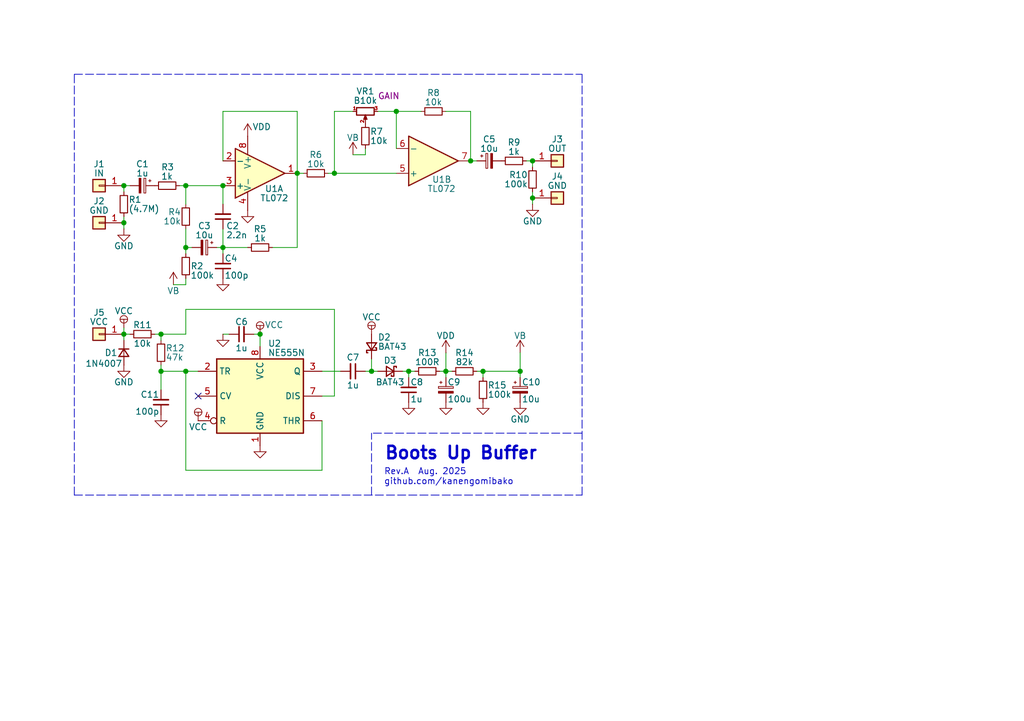
<source format=kicad_sch>
(kicad_sch (version 20250114) (generator "eeschema") (generator_version "9.0")
  (paper "A5")
  (lib_symbols
    (symbol "Amplifier_Operational:TL072" (pin_names (offset 0.127))
      (property "Reference" "U" (at 0 5.08 0))
      (property "Value" "TL072" (at 0 -5.08 0))
      (symbol "TL072_1_1"
        (polyline (pts (xy -5.08 5.08) (xy 5.08 0) (xy -5.08 -5.08) (xy -5.08 5.08)) (stroke (width 0.254)) (fill (type background)))
        (pin input line (at -7.62 2.54 0) (length 2.54) (name "+") (number "3"))
        (pin input line (at -7.62 -2.54 0) (length 2.54) (name "-") (number "2"))
        (pin output line (at 7.62 0 180) (length 2.54) (name "~") (number "1"))
      )
      (symbol "TL072_2_1"
        (polyline (pts (xy -5.08 5.08) (xy 5.08 0) (xy -5.08 -5.08) (xy -5.08 5.08)) (stroke (width 0.254)) (fill (type background)))
        (pin input line (at -7.62 2.54 0) (length 2.54) (name "+") (number "5"))
        (pin input line (at -7.62 -2.54 0) (length 2.54) (name "-") (number "6"))
        (pin output line (at 7.62 0 180) (length 2.54) (name "~") (number "7"))
      )
      (symbol "TL072_3_1"
        (pin power_in line (at -2.54 7.62 270) (length 3.81) (name "V+") (number "8"))
        (pin power_in line (at -2.54 -7.62 90) (length 3.81) (name "V-") (number "4"))
      )
    )
    (symbol "Connector_Generic:Conn_01x01" (pin_names (offset 1.016) (hide yes))
      (property "Reference" "J" (at 0 2.54 0))
      (property "Value" "Conn_01x01" (at 0 -2.54 0))
      (symbol "Conn_01x01_1_1"
        (rectangle (start -1.27 1.27) (end 1.27 -1.27) (stroke (width 0.254)) (fill (type background)))
        (rectangle (start -1.27 0.127) (end 0 -0.127) (stroke (width 0.1524)))
        (pin passive line (at -5.08 0 0) (length 3.81) (name "Pin_1") (number "1"))
      )
    )
    (symbol "Device:C_Polarized_Small" (pin_numbers (hide yes)) (pin_names (offset 0.254) (hide yes))
      (property "Reference" "C" (at 0.254 1.778 0))
      (property "Value" "C_Polarized_Small" (at 0.254 -2.032 0))
      (symbol "C_Polarized_Small_0_1"
        (rectangle (start -1.524 0.6858) (end 1.524 0.3048))
        (rectangle (start -1.524 -0.3048) (end 1.524 -0.6858) (fill (type outline)))
        (polyline (pts (xy -1.27 1.524) (xy -0.762 1.524)))
        (polyline (pts (xy -1.016 1.27) (xy -1.016 1.778)))
      )
      (symbol "C_Polarized_Small_1_1"
        (pin passive line (at 0 2.54 270) (length 1.8542) (name "~") (number "1"))
        (pin passive line (at 0 -2.54 90) (length 1.8542) (name "~") (number "2"))
      )
    )
    (symbol "Device:C_Small" (pin_numbers (hide yes)) (pin_names (offset 0.254) (hide yes))
      (property "Reference" "C" (at 0.254 1.778 0))
      (property "Value" "C_Small" (at 0.254 -2.032 0))
      (symbol "C_Small_0_1"
        (polyline (pts (xy -1.524 0.508) (xy 1.524 0.508)) (stroke (width 0.3048)))
        (polyline (pts (xy -1.524 -0.508) (xy 1.524 -0.508)) (stroke (width 0.3302)))
      )
      (symbol "C_Small_1_1"
        (pin passive line (at 0 2.54 270) (length 2.032) (name "~") (number "1"))
        (pin passive line (at 0 -2.54 90) (length 2.032) (name "~") (number "2"))
      )
    )
    (symbol "Device:D_Schottky_Small" (pin_numbers (hide yes)) (pin_names (offset 0.254) (hide yes))
      (property "Reference" "D" (at -1.27 2.032 0))
      (property "Value" "D_Schottky_Small" (at -7.112 -2.032 0))
      (symbol "D_Schottky_Small_0_1"
        (polyline (pts (xy -1.27 0.762) (xy -1.27 1.016) (xy -0.762 1.016) (xy -0.762 -1.016) (xy -0.254 -1.016) (xy -0.254 -0.762)) (stroke (width 0.254)))
        (polyline (pts (xy -0.762 0) (xy 0.762 0)))
        (polyline (pts (xy 0.762 -1.016) (xy -0.762 0) (xy 0.762 1.016) (xy 0.762 -1.016)) (stroke (width 0.254)))
      )
      (symbol "D_Schottky_Small_1_1"
        (pin passive line (at -2.54 0 0) (length 1.778) (name "K") (number "1"))
        (pin passive line (at 2.54 0 180) (length 1.778) (name "A") (number "2"))
      )
    )
    (symbol "Device:D_Small" (pin_numbers (hide yes)) (pin_names (offset 0.254) (hide yes))
      (property "Reference" "D" (at -1.27 2.032 0))
      (property "Value" "D_Small" (at -3.81 -2.032 0))
      (symbol "D_Small_0_1"
        (polyline (pts (xy -0.762 0) (xy 0.762 0)))
        (polyline (pts (xy -0.762 -1.016) (xy -0.762 1.016)) (stroke (width 0.254)))
        (polyline (pts (xy 0.762 -1.016) (xy -0.762 0) (xy 0.762 1.016) (xy 0.762 -1.016)) (stroke (width 0.254)))
      )
      (symbol "D_Small_1_1"
        (pin passive line (at -2.54 0 0) (length 1.778) (name "K") (number "1"))
        (pin passive line (at 2.54 0 180) (length 1.778) (name "A") (number "2"))
      )
    )
    (symbol "Device:R_Potentiometer_Small" (pin_names (offset 1.016) (hide yes))
      (property "Reference" "RV" (at -4.445 0 90))
      (property "Value" "R_Potentiometer_Small" (at -2.54 0 90))
      (symbol "R_Potentiometer_Small_0_1"
        (rectangle (start 0.762 1.8034) (end -0.762 -1.8034) (stroke (width 0.254)))
        (polyline (pts (xy 0.889 0) (xy 0.635 0) (xy 1.651 0.381) (xy 1.651 -0.381) (xy 0.635 0) (xy 0.889 0)) (fill (type outline)))
      )
      (symbol "R_Potentiometer_Small_1_1"
        (pin passive line (at 0 2.54 270) (length 0.635) (name "1") (number "1"))
        (pin passive line (at 0 -2.54 90) (length 0.635) (name "3") (number "3"))
        (pin passive line (at 2.54 0 180) (length 0.9906) (name "2") (number "2"))
      )
    )
    (symbol "Device:R_Small" (pin_numbers (hide yes)) (pin_names (offset 0.254) (hide yes))
      (property "Reference" "R" (at 0 0 90))
      (property "Value" "R_Small" (at 1.778 0 90))
      (symbol "R_Small_0_1"
        (rectangle (start -0.762 1.778) (end 0.762 -1.778) (stroke (width 0.2032)))
      )
      (symbol "R_Small_1_1"
        (pin passive line (at 0 2.54 270) (length 0.762) (name "~") (number "1"))
        (pin passive line (at 0 -2.54 90) (length 0.762) (name "~") (number "2"))
      )
    )
    (symbol "Timer:NE555P"
      (property "Reference" "U" (at -10.16 8.89 0))
      (property "Value" "NE555P" (at 2.54 8.89 0))
      (symbol "NE555P_0_0"
        (pin power_in line (at 0 10.16 270) (length 2.54) (name "VCC") (number "8"))
        (pin power_in line (at 0 -10.16 90) (length 2.54) (name "GND") (number "1"))
      )
      (symbol "NE555P_0_1"
        (rectangle (start -8.89 -7.62) (end 8.89 7.62) (stroke (width 0.254)) (fill (type background)))
        (rectangle (start -8.89 -7.62) (end 8.89 7.62) (stroke (width 0.254)) (fill (type background)))
      )
      (symbol "NE555P_1_1"
        (pin input line (at -12.7 5.08 0) (length 3.81) (name "TR") (number "2"))
        (pin input line (at -12.7 0 0) (length 3.81) (name "CV") (number "5"))
        (pin input inverted (at -12.7 -5.08 0) (length 3.81) (name "R") (number "4"))
        (pin output line (at 12.7 5.08 180) (length 3.81) (name "Q") (number "3"))
        (pin input line (at 12.7 0 180) (length 3.81) (name "DIS") (number "7"))
        (pin input line (at 12.7 -5.08 180) (length 3.81) (name "THR") (number "6"))
      )
    )
    (symbol "myLib:VB" (power) (pin_names (offset 0))
      (property "Value" "VB" (at 0 3.556 0))
      (symbol "VB_0_1"
        (polyline (pts (xy -0.762 1.27) (xy 0 2.54)))
        (polyline (pts (xy 0 2.54) (xy 0.762 1.27)))
        (polyline (pts (xy 0 0) (xy 0 2.54)))
      )
      (symbol "VB_1_1"
        (pin power_in line (at 0 0 90) (length 0) (hide yes) (name "VB") (number "1"))
      )
    )
    (symbol "myLib:VCC" (power) (pin_names (offset 0))
      (property "Value" "VCC" (at 0 3.556 0))
      (symbol "VCC_0_0"
        (polyline (pts (xy -0.762 1.778) (xy 0.762 1.778)))
        (circle (center 0 1.778) (radius 0.7725))
      )
      (symbol "VCC_0_1"
        (polyline (pts (xy 0 0) (xy 0 1.778)))
      )
      (symbol "VCC_1_1"
        (pin power_in line (at 0 0 90) (length 0) (hide yes) (name "VCC") (number "1"))
      )
    )
    (symbol "power:GND" (power) (pin_numbers (hide yes)) (pin_names (offset 0) (hide yes))
      (property "Value" "GND" (at 0 -3.81 0))
      (symbol "GND_0_1"
        (polyline (pts (xy 0 0) (xy 0 -1.27) (xy 1.27 -1.27) (xy 0 -2.54) (xy -1.27 -1.27) (xy 0 -1.27)))
      )
      (symbol "GND_1_1"
        (pin power_in line (at 0 0 270) (length 0) (name "~") (number "1"))
      )
    )
    (symbol "power:VDD" (power) (pin_numbers (hide yes)) (pin_names (offset 0) (hide yes))
      (property "Value" "VDD" (at 0 3.556 0))
      (symbol "VDD_0_1"
        (polyline (pts (xy -0.762 1.27) (xy 0 2.54)))
        (polyline (pts (xy 0 2.54) (xy 0.762 1.27)))
        (polyline (pts (xy 0 0) (xy 0 2.54)))
      )
      (symbol "VDD_1_1"
        (pin power_in line (at 0 0 90) (length 0) (name "~") (number "1"))
      )
    )
  )
  (text "Boots Up Buffer" (at 78.74 94.615 0) (effects (font (size 2.54 2.54) (thickness 0.508) (bold yes)) (justify left bottom)))
  (text "Rev.A  Aug. 2025\ngithub.com/kanengomibako" (at 78.74 99.695 0) (effects (font (size 1.27 1.27)) (justify left bottom)))
  (junction (at 91.44 76.2))
  (junction (at 33.02 68.58))
  (junction (at 68.58 35.56))
  (junction (at 45.72 50.8))
  (junction (at 60.96 35.56))
  (junction (at 25.4 38.1))
  (junction (at 33.02 76.2))
  (junction (at 38.1 76.2))
  (junction (at 109.22 33.02))
  (junction (at 76.2 76.2))
  (junction (at 109.22 40.64))
  (junction (at 83.82 76.2))
  (junction (at 106.68 76.2))
  (junction (at 53.34 68.58))
  (junction (at 96.52 33.02))
  (junction (at 45.72 38.1))
  (junction (at 38.1 38.1))
  (junction (at 25.4 45.72))
  (junction (at 81.28 22.86))
  (junction (at 25.4 68.58))
  (junction (at 38.1 50.8))
  (junction (at 99.06 76.2))
  (no_connect (at 40.64 81.28))
  (wire (pts (xy 35.56 58.42) (xy 38.1 58.42)))
  (wire (pts (xy 66.04 81.28) (xy 68.58 81.28)))
  (wire (pts (xy 90.17 76.2) (xy 91.44 76.2)))
  (wire (pts (xy 99.06 76.2) (xy 99.06 77.47)))
  (wire (pts (xy 45.72 22.86) (xy 60.96 22.86)))
  (wire (pts (xy 38.1 76.2) (xy 40.64 76.2)))
  (wire (pts (xy 38.1 68.58) (xy 38.1 63.5)))
  (wire (pts (xy 96.52 22.86) (xy 96.52 33.02)))
  (wire (pts (xy 77.47 22.86) (xy 81.28 22.86)))
  (wire (pts (xy 99.06 76.2) (xy 106.68 76.2)))
  (wire (pts (xy 38.1 38.1) (xy 38.1 41.91)))
  (polyline (pts (xy 15.24 101.6) (xy 15.24 15.24)) (stroke (width 0) (type dash)))
  (wire (pts (xy 83.82 76.2) (xy 85.09 76.2)))
  (polyline (pts (xy 76.2 101.6) (xy 76.2 88.9)) (stroke (width 0) (type dash)))
  (wire (pts (xy 81.28 22.86) (xy 81.28 30.48)))
  (wire (pts (xy 107.95 33.02) (xy 109.22 33.02)))
  (wire (pts (xy 76.2 73.66) (xy 76.2 76.2)))
  (wire (pts (xy 38.1 96.52) (xy 66.04 96.52)))
  (wire (pts (xy 45.72 38.1) (xy 45.72 41.91)))
  (wire (pts (xy 91.44 76.2) (xy 92.71 76.2)))
  (wire (pts (xy 109.22 40.64) (xy 109.22 41.91)))
  (wire (pts (xy 60.96 35.56) (xy 62.23 35.56)))
  (wire (pts (xy 91.44 22.86) (xy 96.52 22.86)))
  (wire (pts (xy 74.93 30.48) (xy 74.93 31.75)))
  (wire (pts (xy 109.22 39.37) (xy 109.22 40.64)))
  (wire (pts (xy 66.04 96.52) (xy 66.04 86.36)))
  (wire (pts (xy 33.02 76.2) (xy 33.02 80.01)))
  (wire (pts (xy 25.4 67.31) (xy 25.4 68.58)))
  (wire (pts (xy 38.1 38.1) (xy 45.72 38.1)))
  (wire (pts (xy 31.75 68.58) (xy 33.02 68.58)))
  (wire (pts (xy 60.96 22.86) (xy 60.96 35.56)))
  (wire (pts (xy 53.34 68.58) (xy 53.34 71.12)))
  (wire (pts (xy 38.1 38.1) (xy 36.83 38.1)))
  (wire (pts (xy 72.39 31.75) (xy 74.93 31.75)))
  (wire (pts (xy 106.68 72.39) (xy 106.68 76.2)))
  (wire (pts (xy 68.58 63.5) (xy 68.58 81.28)))
  (wire (pts (xy 45.72 33.02) (xy 45.72 22.86)))
  (wire (pts (xy 26.67 38.1) (xy 25.4 38.1)))
  (wire (pts (xy 33.02 76.2) (xy 38.1 76.2)))
  (wire (pts (xy 72.39 22.86) (xy 68.58 22.86)))
  (wire (pts (xy 55.88 50.8) (xy 60.96 50.8)))
  (wire (pts (xy 74.93 76.2) (xy 76.2 76.2)))
  (polyline (pts (xy 119.38 101.6) (xy 119.38 15.24)) (stroke (width 0) (type dash)))
  (wire (pts (xy 52.07 68.58) (xy 53.34 68.58)))
  (wire (pts (xy 66.04 76.2) (xy 69.85 76.2)))
  (wire (pts (xy 76.2 76.2) (xy 77.47 76.2)))
  (wire (pts (xy 44.45 50.8) (xy 45.72 50.8)))
  (wire (pts (xy 33.02 68.58) (xy 33.02 69.85)))
  (wire (pts (xy 38.1 52.07) (xy 38.1 50.8)))
  (wire (pts (xy 45.72 50.8) (xy 45.72 52.07)))
  (wire (pts (xy 97.79 76.2) (xy 99.06 76.2)))
  (polyline (pts (xy 15.24 15.24) (xy 119.38 15.24)) (stroke (width 0) (type dash)))
  (wire (pts (xy 38.1 63.5) (xy 68.58 63.5)))
  (wire (pts (xy 82.55 76.2) (xy 83.82 76.2)))
  (polyline (pts (xy 15.24 101.6) (xy 119.38 101.6)) (stroke (width 0) (type dash)))
  (wire (pts (xy 25.4 68.58) (xy 26.67 68.58)))
  (wire (pts (xy 60.96 35.56) (xy 60.96 50.8)))
  (wire (pts (xy 96.52 33.02) (xy 97.79 33.02)))
  (wire (pts (xy 68.58 22.86) (xy 68.58 35.56)))
  (wire (pts (xy 91.44 76.2) (xy 91.44 77.47)))
  (wire (pts (xy 25.4 68.58) (xy 25.4 69.85)))
  (wire (pts (xy 38.1 76.2) (xy 38.1 96.52)))
  (wire (pts (xy 109.22 34.29) (xy 109.22 33.02)))
  (wire (pts (xy 45.72 46.99) (xy 45.72 50.8)))
  (wire (pts (xy 25.4 46.99) (xy 25.4 45.72)))
  (wire (pts (xy 106.68 76.2) (xy 106.68 77.47)))
  (wire (pts (xy 25.4 45.72) (xy 25.4 44.45)))
  (wire (pts (xy 67.31 35.56) (xy 68.58 35.56)))
  (polyline (pts (xy 119.38 88.9) (xy 76.2 88.9)) (stroke (width 0) (type dash)))
  (wire (pts (xy 91.44 72.39) (xy 91.44 76.2)))
  (wire (pts (xy 38.1 57.15) (xy 38.1 58.42)))
  (wire (pts (xy 68.58 35.56) (xy 81.28 35.56)))
  (wire (pts (xy 81.28 22.86) (xy 86.36 22.86)))
  (wire (pts (xy 45.72 68.58) (xy 46.99 68.58)))
  (wire (pts (xy 25.4 39.37) (xy 25.4 38.1)))
  (wire (pts (xy 38.1 46.99) (xy 38.1 50.8)))
  (wire (pts (xy 45.72 50.8) (xy 50.8 50.8)))
  (wire (pts (xy 38.1 50.8) (xy 39.37 50.8)))
  (wire (pts (xy 83.82 76.2) (xy 83.82 77.47)))
  (wire (pts (xy 33.02 74.93) (xy 33.02 76.2)))
  (wire (pts (xy 33.02 68.58) (xy 38.1 68.58)))
  (symbol (lib_id "Device:R_Small") (at 25.4 41.91 0) (unit 1)
    (property "Reference" "R1" (at 26.3525 40.9575 0) (effects (justify left)))
    (property "Value" "(4.7M)" (at 26.3525 42.8625 0) (effects (justify left)))
    (property "Footprint" "myFoot:my_R_P7mm_Horizontal" (effects (hide yes)))
  )
  (symbol (lib_id "Device:R_Small") (at 34.29 38.1 270) (unit 1)
    (property "Reference" "R3" (at 33.02 34.29 90) (effects (justify left)))
    (property "Value" "1k" (at 33.02 36.195 90) (effects (justify left)))
    (property "Footprint" "myFoot:my_R_P7mm_Horizontal" (effects (hide yes)))
  )
  (symbol (lib_id "Device:R_Small") (at 105.41 33.02 270) (unit 1)
    (property "Reference" "R9" (at 105.41 29.21 90))
    (property "Value" "1k" (at 105.41 31.115 90))
    (property "Footprint" "myFoot:my_R_P7mm_Horizontal" (effects (hide yes)))
  )
  (symbol (lib_id "Device:D_Small") (at 25.4 72.39 270) (unit 1)
    (property "Reference" "D1" (at 24.13 72.39 90) (effects (justify right)))
    (property "Value" "1N4007" (at 25.0825 74.6125 90) (effects (justify right)))
    (property "Footprint" "myFoot:my_D_P7.62mm" (effects (hide yes)))
  )
  (symbol (lib_id "Device:R_Small") (at 33.02 72.39 0) (mirror y) (unit 1)
    (property "Reference" "R12" (at 33.9725 71.4375 0) (effects (justify right)))
    (property "Value" "47k" (at 33.9725 73.3425 0) (effects (justify right)))
    (property "Footprint" "myFoot:my_R_P7mm_Horizontal" (effects (hide yes)))
  )
  (symbol (lib_id "Device:R_Small") (at 87.63 76.2 270) (unit 1)
    (property "Reference" "R13" (at 87.63 72.39 90))
    (property "Value" "100R" (at 87.63 74.295 90))
    (property "Footprint" "myFoot:my_R_P7mm_Horizontal" (effects (hide yes)))
  )
  (symbol (lib_id "Device:R_Small") (at 109.22 36.83 0) (mirror y) (unit 1)
    (property "Reference" "R10" (at 108.2675 35.8775 0) (effects (justify left)))
    (property "Value" "100k" (at 108.2675 37.7825 0) (effects (justify left)))
    (property "Footprint" "myFoot:my_R_P7mm_Horizontal" (effects (hide yes)))
  )
  (symbol (lib_id "myLib:VB") (at 72.39 31.75 0) (unit 1)
    (property "Reference" "#PWR06" (effects (hide yes)))
    (property "Value" "VB" (at 72.39 28.2575 0))
    (property "Description" "Power symbol creates a global label with name \"+4V5\"" (effects (hide yes)))
  )
  (symbol (lib_id "Device:C_Polarized_Small") (at 29.21 38.1 270) (unit 1)
    (property "Reference" "C1" (at 29.21 33.655 90))
    (property "Value" "1u" (at 29.21 35.56 90))
    (property "Footprint" "myFoot:my_C_D5.0mm_P2.50mm_long" (effects (hide yes)))
    (property "Description" "Polarized capacitor, small symbol" (effects (hide yes)))
  )
  (symbol (lib_id "Device:C_Small") (at 45.72 44.45 0) (mirror x) (unit 1)
    (property "Reference" "C2" (at 46.355 46.355 0) (effects (justify left)))
    (property "Value" "2.2n" (at 46.355 48.26 0) (effects (justify left)))
    (property "Footprint" "myFoot:my_C_Rect1_P5.00mm" (effects (hide yes)))
  )
  (symbol (lib_id "power:GND") (at 99.06 82.55 0) (unit 1)
    (property "Reference" "#PWR016" (effects (hide yes)))
    (property "Value" "GND" (effects (hide yes)))
    (property "Description" "Power symbol creates a global label with name \"GND\" , ground" (effects (hide yes)))
  )
  (symbol (lib_id "Device:R_Small") (at 74.93 27.94 0) (unit 1)
    (property "Reference" "R7" (at 75.8825 26.9875 0) (effects (justify left)))
    (property "Value" "10k" (at 75.8825 28.8925 0) (effects (justify left)))
    (property "Footprint" "myFoot:my_R_P7mm_Horizontal" (effects (hide yes)))
  )
  (symbol (lib_id "Device:C_Polarized_Small") (at 106.68 80.01 0) (unit 1)
    (property "Reference" "C10" (at 106.9975 78.4225 0) (effects (justify left)))
    (property "Value" "10u" (at 106.9975 81.915 0) (effects (justify left)))
    (property "Footprint" "myFoot:my_C_D5.0mm_P2.50mm" (effects (hide yes)))
    (property "Description" "Polarized capacitor, small symbol" (effects (hide yes)))
  )
  (symbol (lib_id "power:GND") (at 50.8 43.18 0) (unit 1)
    (property "Reference" "#PWR022" (effects (hide yes)))
    (property "Value" "GND" (effects (hide yes)))
    (property "Description" "Power symbol creates a global label with name \"GND\" , ground" (effects (hide yes)))
  )
  (symbol (lib_id "Device:C_Small") (at 45.72 54.61 0) (mirror x) (unit 1)
    (property "Reference" "C4" (at 46.0375 53.0225 0) (effects (justify left)))
    (property "Value" "100p" (at 46.0375 56.515 0) (effects (justify left)))
    (property "Footprint" "myFoot:my_C_Disc_P2.50mm" (effects (hide yes)))
  )
  (symbol (lib_id "Connector_Generic:Conn_01x01") (at 20.32 45.72 0) (mirror y) (unit 1)
    (property "Reference" "J2" (at 20.32 41.275 0))
    (property "Value" "GND" (at 20.32 43.18 0))
    (property "Footprint" "myFoot:my_WirePad_1mmDrill" (effects (hide yes)))
    (property "Description" "Generic connector, single row, 01x01, script generated (kicad-library-utils/schlib/autogen/connector/)" (effects (hide yes)))
  )
  (symbol (lib_id "Timer:NE555P") (at 53.34 81.28 0) (unit 1)
    (property "Reference" "U2" (at 54.9275 70.485 0) (effects (justify left)))
    (property "Value" "NE555N" (at 54.9275 72.39 0) (effects (justify left)))
    (property "Footprint" "Package_DIP:DIP-8_W7.62mm_Socket" (effects (hide yes)))
    (property "Description" "Precision Timers, 555 compatible,  PDIP-8" (effects (hide yes)))
  )
  (symbol (lib_id "Device:R_Small") (at 88.9 22.86 270) (unit 1)
    (property "Reference" "R8" (at 88.9 19.05 90))
    (property "Value" "10k" (at 88.9 20.955 90))
    (property "Footprint" "myFoot:my_R_P7mm_Horizontal" (effects (hide yes)))
  )
  (symbol (lib_id "Device:C_Small") (at 83.82 80.01 0) (mirror x) (unit 1)
    (property "Reference" "C8" (at 84.1375 78.4225 0) (effects (justify left)))
    (property "Value" "1u" (at 84.1375 81.915 0) (effects (justify left)))
    (property "Footprint" "myFoot:my_C_Disc_P2.50mm" (effects (hide yes)))
  )
  (symbol (lib_id "power:GND") (at 25.4 46.99 0) (unit 1)
    (property "Reference" "#PWR01" (effects (hide yes)))
    (property "Value" "GND" (at 25.4 50.4825 0))
    (property "Description" "Power symbol creates a global label with name \"GND\" , ground" (effects (hide yes)))
  )
  (symbol (lib_id "Device:C_Polarized_Small") (at 41.91 50.8 270) (unit 1)
    (property "Reference" "C3" (at 41.91 46.355 90))
    (property "Value" "10u" (at 41.91 48.26 90))
    (property "Footprint" "myFoot:my_C_D5.0mm_P2.50mm" (effects (hide yes)))
    (property "Description" "Polarized capacitor, small symbol" (effects (hide yes)))
  )
  (symbol (lib_id "Device:R_Small") (at 29.21 68.58 270) (mirror x) (unit 1)
    (property "Reference" "R11" (at 29.21 66.675 90))
    (property "Value" "10k" (at 29.21 70.485 90))
    (property "Footprint" "myFoot:my_R_P7mm_Horizontal" (effects (hide yes)))
  )
  (symbol (lib_id "Device:C_Polarized_Small") (at 100.33 33.02 90) (mirror x) (unit 1)
    (property "Reference" "C5" (at 100.33 28.575 90))
    (property "Value" "10u" (at 100.33 30.48 90))
    (property "Footprint" "myFoot:my_C_D5.0mm_P2.50mm" (effects (hide yes)))
    (property "Description" "Polarized capacitor, small symbol" (effects (hide yes)))
  )
  (symbol (lib_id "Device:C_Polarized_Small") (at 91.44 80.01 0) (unit 1)
    (property "Reference" "C9" (at 91.7575 78.4225 0) (effects (justify left)))
    (property "Value" "100u" (at 91.7575 81.915 0) (effects (justify left)))
    (property "Footprint" "myFoot:my_C_D5.0mm_P2.50mm" (effects (hide yes)))
    (property "Description" "Polarized capacitor, small symbol" (effects (hide yes)))
  )
  (symbol (lib_id "Device:R_Small") (at 38.1 54.61 0) (unit 1)
    (property "Reference" "R2" (at 39.0525 54.61 0) (effects (justify left)))
    (property "Value" "100k" (at 39.0525 56.515 0) (effects (justify left)))
    (property "Footprint" "myFoot:my_R_P7mm_Horizontal" (effects (hide yes)))
  )
  (symbol (lib_id "Amplifier_Operational:TL072") (at 53.34 35.56 0) (unit 3)
    (property "Reference" "U1" (effects (hide yes)))
    (property "Value" "TL072" (effects (hide yes)))
    (property "Footprint" "Package_DIP:DIP-8_W7.62mm_Socket" (effects (hide yes)))
    (property "Description" "Dual Low-Noise JFET-Input Operational Amplifiers, DIP-8/SOIC-8" (effects (hide yes)))
  )
  (symbol (lib_id "Connector_Generic:Conn_01x01") (at 114.3 40.64 0) (unit 1)
    (property "Reference" "J4" (at 114.3 36.195 0))
    (property "Value" "GND" (at 114.3 38.1 0))
    (property "Footprint" "myFoot:my_WirePad_1mmDrill" (effects (hide yes)))
    (property "Description" "Generic connector, single row, 01x01, script generated (kicad-library-utils/schlib/autogen/connector/)" (effects (hide yes)))
  )
  (symbol (lib_id "Device:D_Schottky_Small") (at 76.2 71.12 90) (unit 1)
    (property "Reference" "D2" (at 77.47 69.215 90) (effects (justify right)))
    (property "Value" "BAT43" (at 77.47 71.12 90) (effects (justify right)))
    (property "Footprint" "myFoot:my_D_P7.62mm" (effects (hide yes)))
    (property "Description" "Schottky diode, small symbol" (effects (hide yes)))
  )
  (symbol (lib_id "Device:R_Small") (at 99.06 80.01 0) (mirror y) (unit 1)
    (property "Reference" "R15" (at 100.0125 79.0575 0) (effects (justify right)))
    (property "Value" "100k" (at 100.0125 80.9625 0) (effects (justify right)))
    (property "Footprint" "myFoot:my_R_P7mm_Horizontal" (effects (hide yes)))
  )
  (symbol (lib_id "power:GND") (at 45.72 57.15 0) (unit 1)
    (property "Reference" "#PWR09" (effects (hide yes)))
    (property "Value" "GND" (effects (hide yes)))
    (property "Description" "Power symbol creates a global label with name \"GND\" , ground" (effects (hide yes)))
  )
  (symbol (lib_id "Device:R_Small") (at 95.25 76.2 270) (unit 1)
    (property "Reference" "R14" (at 95.25 72.39 90))
    (property "Value" "82k" (at 95.25 74.295 90))
    (property "Footprint" "myFoot:my_R_P7mm_Horizontal" (effects (hide yes)))
  )
  (symbol (lib_id "myLib:VCC") (at 76.2 68.58 0) (unit 1)
    (property "Reference" "#PWR015" (effects (hide yes)))
    (property "Value" "VCC" (at 76.2 65.0875 0))
    (property "Description" "Power symbol creates a global label with name \"V+\"" (effects (hide yes)))
  )
  (symbol (lib_id "power:VDD") (at 50.8 27.94 0) (unit 1)
    (property "Reference" "#PWR04" (effects (hide yes)))
    (property "Value" "VDD" (at 51.7525 26.035 0) (effects (justify left)))
    (property "Description" "Power symbol creates a global label with name \"VDD\"" (effects (hide yes)))
  )
  (symbol (lib_id "Device:C_Small") (at 72.39 76.2 270) (mirror x) (unit 1)
    (property "Reference" "C7" (at 72.39 73.3425 90))
    (property "Value" "1u" (at 72.39 79.0575 90))
    (property "Footprint" "myFoot:my_C_Disc_P2.50mm" (effects (hide yes)))
  )
  (symbol (lib_id "Device:D_Schottky_Small") (at 80.01 76.2 0) (mirror y) (unit 1)
    (property "Reference" "D3" (at 80.01 73.9775 0))
    (property "Value" "BAT43" (at 80.01 78.4225 0))
    (property "Footprint" "myFoot:my_D_P7.62mm" (effects (hide yes)))
    (property "Description" "Schottky diode, small symbol" (effects (hide yes)))
  )
  (symbol (lib_id "myLib:VCC") (at 40.64 86.36 0) (unit 1)
    (property "Reference" "#PWR011" (effects (hide yes)))
    (property "Value" "VCC" (at 40.64 87.63 0))
    (property "Description" "Power symbol creates a global label with name \"V+\"" (effects (hide yes)))
  )
  (symbol (lib_id "Amplifier_Operational:TL072") (at 88.9 33.02 0) (mirror x) (unit 2)
    (property "Reference" "U1" (at 88.5825 36.83 0) (effects (justify left)))
    (property "Value" "TL072" (at 87.63 38.735 0) (effects (justify left)))
    (property "Footprint" "Package_DIP:DIP-8_W7.62mm_Socket" (effects (hide yes)))
    (property "Description" "Dual Low-Noise JFET-Input Operational Amplifiers, DIP-8/SOIC-8" (effects (hide yes)))
  )
  (symbol (lib_id "Device:R_Small") (at 64.77 35.56 270) (unit 1)
    (property "Reference" "R6" (at 64.77 31.75 90))
    (property "Value" "10k" (at 64.77 33.655 90))
    (property "Footprint" "myFoot:my_R_P7mm_Horizontal" (effects (hide yes)))
  )
  (symbol (lib_id "myLib:VB") (at 106.68 72.39 0) (unit 1)
    (property "Reference" "#PWR020" (effects (hide yes)))
    (property "Value" "VB" (at 106.68 68.8975 0))
    (property "Description" "Power symbol creates a global label with name \"+4V5\"" (effects (hide yes)))
  )
  (symbol (lib_id "Device:C_Small") (at 49.53 68.58 90) (mirror x) (unit 1)
    (property "Reference" "C6" (at 49.53 66.04 90))
    (property "Value" "1u" (at 49.53 71.4375 90))
    (property "Footprint" "myFoot:my_C_Disc_P2.50mm" (effects (hide yes)))
  )
  (symbol (lib_id "Connector_Generic:Conn_01x01") (at 20.32 68.58 0) (mirror y) (unit 1)
    (property "Reference" "J5" (at 20.32 64.135 0))
    (property "Value" "VCC" (at 20.32 66.04 0))
    (property "Footprint" "myFoot:my_WirePad_1mmDrill" (effects (hide yes)))
    (property "Description" "Generic connector, single row, 01x01, script generated (kicad-library-utils/schlib/autogen/connector/)" (effects (hide yes)))
  )
  (symbol (lib_id "Amplifier_Operational:TL072") (at 53.34 35.56 0) (mirror x) (unit 1)
    (property "Reference" "U1" (at 54.2925 38.735 0) (effects (justify left)))
    (property "Value" "TL072" (at 53.34 40.64 0) (effects (justify left)))
    (property "Footprint" "Package_DIP:DIP-8_W7.62mm_Socket" (effects (hide yes)))
    (property "Description" "Dual Low-Noise JFET-Input Operational Amplifiers, DIP-8/SOIC-8" (effects (hide yes)))
  )
  (symbol (lib_id "power:GND") (at 109.22 41.91 0) (unit 1)
    (property "Reference" "#PWR03" (effects (hide yes)))
    (property "Value" "GND" (at 109.22 45.4025 0))
    (property "Description" "Power symbol creates a global label with name \"GND\" , ground" (effects (hide yes)))
  )
  (symbol (lib_id "power:GND") (at 91.44 82.55 0) (unit 1)
    (property "Reference" "#PWR014" (effects (hide yes)))
    (property "Value" "GND" (effects (hide yes)))
    (property "Description" "Power symbol creates a global label with name \"GND\" , ground" (effects (hide yes)))
  )
  (symbol (lib_id "power:GND") (at 33.02 85.09 0) (unit 1)
    (property "Reference" "#PWR019" (effects (hide yes)))
    (property "Value" "GND" (effects (hide yes)))
    (property "Description" "Power symbol creates a global label with name \"GND\" , ground" (effects (hide yes)))
  )
  (symbol (lib_id "power:VDD") (at 91.44 72.39 0) (unit 1)
    (property "Reference" "#PWR017" (effects (hide yes)))
    (property "Value" "VDD" (at 91.44 68.8975 0))
    (property "Description" "Power symbol creates a global label with name \"VDD\"" (effects (hide yes)))
  )
  (symbol (lib_id "Device:R_Small") (at 53.34 50.8 270) (unit 1)
    (property "Reference" "R5" (at 53.34 46.99 90))
    (property "Value" "1k" (at 53.34 48.895 90))
    (property "Footprint" "myFoot:my_R_P7mm_Horizontal" (effects (hide yes)))
  )
  (symbol (lib_id "Connector_Generic:Conn_01x01") (at 114.3 33.02 0) (unit 1)
    (property "Reference" "J3" (at 114.3 28.575 0))
    (property "Value" "OUT" (at 114.3 30.48 0))
    (property "Footprint" "myFoot:my_WirePad_1mmDrill" (effects (hide yes)))
    (property "Description" "Generic connector, single row, 01x01, script generated (kicad-library-utils/schlib/autogen/connector/)" (effects (hide yes)))
  )
  (symbol (lib_id "power:GND") (at 106.68 82.55 0) (unit 1)
    (property "Reference" "#PWR07" (effects (hide yes)))
    (property "Value" "GND" (at 106.68 86.0425 0))
    (property "Description" "Power symbol creates a global label with name \"GND\" , ground" (effects (hide yes)))
  )
  (symbol (lib_id "Device:R_Potentiometer_Small") (at 74.93 22.86 90) (mirror x) (unit 1)
    (property "Reference" "VR1" (at 74.93 18.7325 90))
    (property "Value" "B10k" (at 74.93 20.6375 90))
    (property "Footprint" "myFoot:my_pot_5mm" (effects (hide yes)))
    (property "Description" "GAIN" (at 77.47 19.685 90) (effects (justify right)))
  )
  (symbol (lib_id "power:GND") (at 53.34 91.44 0) (unit 1)
    (property "Reference" "#PWR018" (effects (hide yes)))
    (property "Value" "GND" (effects (hide yes)))
    (property "Description" "Power symbol creates a global label with name \"GND\" , ground" (effects (hide yes)))
  )
  (symbol (lib_id "Connector_Generic:Conn_01x01") (at 20.32 38.1 0) (mirror y) (unit 1)
    (property "Reference" "J1" (at 20.32 33.655 0))
    (property "Value" "IN" (at 20.32 35.56 0))
    (property "Footprint" "myFoot:my_WirePad_1mmDrill" (effects (hide yes)))
    (property "Description" "Generic connector, single row, 01x01, script generated (kicad-library-utils/schlib/autogen/connector/)" (effects (hide yes)))
  )
  (symbol (lib_id "myLib:VB") (at 35.56 58.42 0) (unit 1)
    (property "Reference" "#PWR02" (effects (hide yes)))
    (property "Value" "VB" (at 35.56 59.69 0))
    (property "Description" "Power symbol creates a global label with name \"+4V5\"" (effects (hide yes)))
  )
  (symbol (lib_id "power:GND") (at 83.82 82.55 0) (unit 1)
    (property "Reference" "#PWR012" (effects (hide yes)))
    (property "Value" "GND" (effects (hide yes)))
    (property "Description" "Power symbol creates a global label with name \"GND\" , ground" (effects (hide yes)))
  )
  (symbol (lib_id "myLib:VCC") (at 25.4 67.31 0) (unit 1)
    (property "Reference" "#PWR08" (effects (hide yes)))
    (property "Value" "VCC" (at 25.4 63.8175 0))
    (property "Description" "Power symbol creates a global label with name \"V+\"" (effects (hide yes)))
  )
  (symbol (lib_id "Device:R_Small") (at 38.1 44.45 0) (mirror y) (unit 1)
    (property "Reference" "R4" (at 37.1475 43.4975 0) (effects (justify left)))
    (property "Value" "10k" (at 37.1475 45.4025 0) (effects (justify left)))
    (property "Footprint" "myFoot:my_R_P7mm_Horizontal" (effects (hide yes)))
  )
  (symbol (lib_id "Device:C_Small") (at 33.02 82.55 180) (unit 1)
    (property "Reference" "C11" (at 32.7025 80.9625 0) (effects (justify left)))
    (property "Value" "100p" (at 32.7025 84.455 0) (effects (justify left)))
    (property "Footprint" "myFoot:my_C_Disc_P2.50mm" (effects (hide yes)))
  )
  (symbol (lib_id "myLib:VCC") (at 53.34 68.58 0) (unit 1)
    (property "Reference" "#PWR013" (effects (hide yes)))
    (property "Value" "VCC" (at 54.2925 66.675 0) (effects (justify left)))
    (property "Description" "Power symbol creates a global label with name \"V+\"" (effects (hide yes)))
  )
  (symbol (lib_id "power:GND") (at 45.72 68.58 0) (unit 1)
    (property "Reference" "#PWR010" (effects (hide yes)))
    (property "Value" "GND" (effects (hide yes)))
    (property "Description" "Power symbol creates a global label with name \"GND\" , ground" (effects (hide yes)))
  )
  (symbol (lib_id "power:GND") (at 25.4 74.93 0) (unit 1)
    (property "Reference" "#PWR05" (effects (hide yes)))
    (property "Value" "GND" (at 25.4 78.4225 0))
    (property "Description" "Power symbol creates a global label with name \"GND\" , ground" (effects (hide yes)))
  )
)
</source>
